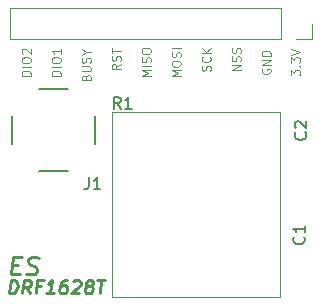
<source format=gbr>
%TF.GenerationSoftware,KiCad,Pcbnew,(6.0.10-0)*%
%TF.CreationDate,2023-02-01T12:14:52-08:00*%
%TF.ProjectId,DRF1268T,44524631-3236-4385-942e-6b696361645f,rev?*%
%TF.SameCoordinates,Original*%
%TF.FileFunction,Legend,Top*%
%TF.FilePolarity,Positive*%
%FSLAX46Y46*%
G04 Gerber Fmt 4.6, Leading zero omitted, Abs format (unit mm)*
G04 Created by KiCad (PCBNEW (6.0.10-0)) date 2023-02-01 12:14:52*
%MOMM*%
%LPD*%
G01*
G04 APERTURE LIST*
%ADD10C,0.250000*%
%ADD11C,0.125000*%
%ADD12C,0.150000*%
%ADD13C,0.200000*%
%ADD14C,0.120000*%
G04 APERTURE END LIST*
D10*
X143827491Y-118764857D02*
X144327491Y-118764857D01*
X144443562Y-119550571D02*
X143729276Y-119550571D01*
X143916776Y-118050571D01*
X144631062Y-118050571D01*
X145023919Y-119479142D02*
X145229276Y-119550571D01*
X145586419Y-119550571D01*
X145738205Y-119479142D01*
X145818562Y-119407714D01*
X145907848Y-119264857D01*
X145925705Y-119122000D01*
X145872133Y-118979142D01*
X145809633Y-118907714D01*
X145675705Y-118836285D01*
X145398919Y-118764857D01*
X145264991Y-118693428D01*
X145202491Y-118622000D01*
X145148919Y-118479142D01*
X145166776Y-118336285D01*
X145256062Y-118193428D01*
X145336419Y-118122000D01*
X145488205Y-118050571D01*
X145845348Y-118050571D01*
X146050705Y-118122000D01*
D11*
X163153285Y-102274571D02*
X162403285Y-102274571D01*
X163153285Y-101846000D01*
X162403285Y-101846000D01*
X163117571Y-101524571D02*
X163153285Y-101417428D01*
X163153285Y-101238857D01*
X163117571Y-101167428D01*
X163081857Y-101131714D01*
X163010428Y-101096000D01*
X162939000Y-101096000D01*
X162867571Y-101131714D01*
X162831857Y-101167428D01*
X162796142Y-101238857D01*
X162760428Y-101381714D01*
X162724714Y-101453142D01*
X162689000Y-101488857D01*
X162617571Y-101524571D01*
X162546142Y-101524571D01*
X162474714Y-101488857D01*
X162439000Y-101453142D01*
X162403285Y-101381714D01*
X162403285Y-101203142D01*
X162439000Y-101096000D01*
X163117571Y-100810285D02*
X163153285Y-100703142D01*
X163153285Y-100524571D01*
X163117571Y-100453142D01*
X163081857Y-100417428D01*
X163010428Y-100381714D01*
X162939000Y-100381714D01*
X162867571Y-100417428D01*
X162831857Y-100453142D01*
X162796142Y-100524571D01*
X162760428Y-100667428D01*
X162724714Y-100738857D01*
X162689000Y-100774571D01*
X162617571Y-100810285D01*
X162546142Y-100810285D01*
X162474714Y-100774571D01*
X162439000Y-100738857D01*
X162403285Y-100667428D01*
X162403285Y-100488857D01*
X162439000Y-100381714D01*
X150060428Y-102871857D02*
X150096142Y-102764714D01*
X150131857Y-102729000D01*
X150203285Y-102693285D01*
X150310428Y-102693285D01*
X150381857Y-102729000D01*
X150417571Y-102764714D01*
X150453285Y-102836142D01*
X150453285Y-103121857D01*
X149703285Y-103121857D01*
X149703285Y-102871857D01*
X149739000Y-102800428D01*
X149774714Y-102764714D01*
X149846142Y-102729000D01*
X149917571Y-102729000D01*
X149989000Y-102764714D01*
X150024714Y-102800428D01*
X150060428Y-102871857D01*
X150060428Y-103121857D01*
X149703285Y-102371857D02*
X150310428Y-102371857D01*
X150381857Y-102336142D01*
X150417571Y-102300428D01*
X150453285Y-102229000D01*
X150453285Y-102086142D01*
X150417571Y-102014714D01*
X150381857Y-101979000D01*
X150310428Y-101943285D01*
X149703285Y-101943285D01*
X150417571Y-101621857D02*
X150453285Y-101514714D01*
X150453285Y-101336142D01*
X150417571Y-101264714D01*
X150381857Y-101229000D01*
X150310428Y-101193285D01*
X150239000Y-101193285D01*
X150167571Y-101229000D01*
X150131857Y-101264714D01*
X150096142Y-101336142D01*
X150060428Y-101479000D01*
X150024714Y-101550428D01*
X149989000Y-101586142D01*
X149917571Y-101621857D01*
X149846142Y-101621857D01*
X149774714Y-101586142D01*
X149739000Y-101550428D01*
X149703285Y-101479000D01*
X149703285Y-101300428D01*
X149739000Y-101193285D01*
X150096142Y-100729000D02*
X150453285Y-100729000D01*
X149703285Y-100979000D02*
X150096142Y-100729000D01*
X149703285Y-100479000D01*
X152993285Y-101756714D02*
X152636142Y-102006714D01*
X152993285Y-102185285D02*
X152243285Y-102185285D01*
X152243285Y-101899571D01*
X152279000Y-101828142D01*
X152314714Y-101792428D01*
X152386142Y-101756714D01*
X152493285Y-101756714D01*
X152564714Y-101792428D01*
X152600428Y-101828142D01*
X152636142Y-101899571D01*
X152636142Y-102185285D01*
X152957571Y-101471000D02*
X152993285Y-101363857D01*
X152993285Y-101185285D01*
X152957571Y-101113857D01*
X152921857Y-101078142D01*
X152850428Y-101042428D01*
X152779000Y-101042428D01*
X152707571Y-101078142D01*
X152671857Y-101113857D01*
X152636142Y-101185285D01*
X152600428Y-101328142D01*
X152564714Y-101399571D01*
X152529000Y-101435285D01*
X152457571Y-101471000D01*
X152386142Y-101471000D01*
X152314714Y-101435285D01*
X152279000Y-101399571D01*
X152243285Y-101328142D01*
X152243285Y-101149571D01*
X152279000Y-101042428D01*
X152243285Y-100828142D02*
X152243285Y-100399571D01*
X152993285Y-100613857D02*
X152243285Y-100613857D01*
X167432485Y-102707142D02*
X167432485Y-102242857D01*
X167718200Y-102492857D01*
X167718200Y-102385714D01*
X167753914Y-102314285D01*
X167789628Y-102278571D01*
X167861057Y-102242857D01*
X168039628Y-102242857D01*
X168111057Y-102278571D01*
X168146771Y-102314285D01*
X168182485Y-102385714D01*
X168182485Y-102600000D01*
X168146771Y-102671428D01*
X168111057Y-102707142D01*
X168111057Y-101921428D02*
X168146771Y-101885714D01*
X168182485Y-101921428D01*
X168146771Y-101957142D01*
X168111057Y-101921428D01*
X168182485Y-101921428D01*
X167432485Y-101635714D02*
X167432485Y-101171428D01*
X167718200Y-101421428D01*
X167718200Y-101314285D01*
X167753914Y-101242857D01*
X167789628Y-101207142D01*
X167861057Y-101171428D01*
X168039628Y-101171428D01*
X168111057Y-101207142D01*
X168146771Y-101242857D01*
X168182485Y-101314285D01*
X168182485Y-101528571D01*
X168146771Y-101600000D01*
X168111057Y-101635714D01*
X167432485Y-100957142D02*
X168182485Y-100707142D01*
X167432485Y-100457142D01*
D10*
X143556779Y-121158928D02*
X143697404Y-120033928D01*
X143965261Y-120033928D01*
X144119279Y-120087500D01*
X144213029Y-120194642D01*
X144253207Y-120301785D01*
X144279993Y-120516071D01*
X144259904Y-120676785D01*
X144179546Y-120891071D01*
X144112582Y-120998214D01*
X143992046Y-121105357D01*
X143824636Y-121158928D01*
X143556779Y-121158928D01*
X145324636Y-121158928D02*
X145016600Y-120623214D01*
X144681779Y-121158928D02*
X144822404Y-120033928D01*
X145250975Y-120033928D01*
X145351421Y-120087500D01*
X145398296Y-120141071D01*
X145438475Y-120248214D01*
X145418386Y-120408928D01*
X145351421Y-120516071D01*
X145291154Y-120569642D01*
X145177314Y-120623214D01*
X144748743Y-120623214D01*
X146255439Y-120569642D02*
X145880439Y-120569642D01*
X145806779Y-121158928D02*
X145947404Y-120033928D01*
X146483118Y-120033928D01*
X147360350Y-121158928D02*
X146717493Y-121158928D01*
X147038921Y-121158928D02*
X147179546Y-120033928D01*
X147052314Y-120194642D01*
X146931779Y-120301785D01*
X146817939Y-120355357D01*
X148465261Y-120033928D02*
X148250975Y-120033928D01*
X148137136Y-120087500D01*
X148076868Y-120141071D01*
X147949636Y-120301785D01*
X147869279Y-120516071D01*
X147815707Y-120944642D01*
X147855886Y-121051785D01*
X147902761Y-121105357D01*
X148003207Y-121158928D01*
X148217493Y-121158928D01*
X148331332Y-121105357D01*
X148391600Y-121051785D01*
X148458564Y-120944642D01*
X148492046Y-120676785D01*
X148451868Y-120569642D01*
X148404993Y-120516071D01*
X148304546Y-120462500D01*
X148090261Y-120462500D01*
X147976421Y-120516071D01*
X147916154Y-120569642D01*
X147849189Y-120676785D01*
X148987582Y-120141071D02*
X149047850Y-120087500D01*
X149161689Y-120033928D01*
X149429546Y-120033928D01*
X149529993Y-120087500D01*
X149576868Y-120141071D01*
X149617046Y-120248214D01*
X149603654Y-120355357D01*
X149529993Y-120516071D01*
X148806779Y-121158928D01*
X149503207Y-121158928D01*
X150226421Y-120516071D02*
X150125975Y-120462500D01*
X150079100Y-120408928D01*
X150038921Y-120301785D01*
X150045618Y-120248214D01*
X150112582Y-120141071D01*
X150172850Y-120087500D01*
X150286689Y-120033928D01*
X150500975Y-120033928D01*
X150601421Y-120087500D01*
X150648296Y-120141071D01*
X150688475Y-120248214D01*
X150681779Y-120301785D01*
X150614814Y-120408928D01*
X150554546Y-120462500D01*
X150440707Y-120516071D01*
X150226421Y-120516071D01*
X150112582Y-120569642D01*
X150052314Y-120623214D01*
X149985350Y-120730357D01*
X149958564Y-120944642D01*
X149998743Y-121051785D01*
X150045618Y-121105357D01*
X150146064Y-121158928D01*
X150360350Y-121158928D01*
X150474189Y-121105357D01*
X150534457Y-121051785D01*
X150601421Y-120944642D01*
X150628207Y-120730357D01*
X150588029Y-120623214D01*
X150541154Y-120569642D01*
X150440707Y-120516071D01*
X151036689Y-120033928D02*
X151679546Y-120033928D01*
X151217493Y-121158928D02*
X151358118Y-120033928D01*
D11*
X145373285Y-102725000D02*
X144623285Y-102725000D01*
X144623285Y-102546428D01*
X144659000Y-102439285D01*
X144730428Y-102367857D01*
X144801857Y-102332142D01*
X144944714Y-102296428D01*
X145051857Y-102296428D01*
X145194714Y-102332142D01*
X145266142Y-102367857D01*
X145337571Y-102439285D01*
X145373285Y-102546428D01*
X145373285Y-102725000D01*
X145373285Y-101975000D02*
X144623285Y-101975000D01*
X144623285Y-101475000D02*
X144623285Y-101332142D01*
X144659000Y-101260714D01*
X144730428Y-101189285D01*
X144873285Y-101153571D01*
X145123285Y-101153571D01*
X145266142Y-101189285D01*
X145337571Y-101260714D01*
X145373285Y-101332142D01*
X145373285Y-101475000D01*
X145337571Y-101546428D01*
X145266142Y-101617857D01*
X145123285Y-101653571D01*
X144873285Y-101653571D01*
X144730428Y-101617857D01*
X144659000Y-101546428D01*
X144623285Y-101475000D01*
X144694714Y-100867857D02*
X144659000Y-100832142D01*
X144623285Y-100760714D01*
X144623285Y-100582142D01*
X144659000Y-100510714D01*
X144694714Y-100475000D01*
X144766142Y-100439285D01*
X144837571Y-100439285D01*
X144944714Y-100475000D01*
X145373285Y-100903571D01*
X145373285Y-100439285D01*
X155533285Y-102778571D02*
X154783285Y-102778571D01*
X155319000Y-102528571D01*
X154783285Y-102278571D01*
X155533285Y-102278571D01*
X155533285Y-101921428D02*
X154783285Y-101921428D01*
X155497571Y-101600000D02*
X155533285Y-101492857D01*
X155533285Y-101314285D01*
X155497571Y-101242857D01*
X155461857Y-101207142D01*
X155390428Y-101171428D01*
X155319000Y-101171428D01*
X155247571Y-101207142D01*
X155211857Y-101242857D01*
X155176142Y-101314285D01*
X155140428Y-101457142D01*
X155104714Y-101528571D01*
X155069000Y-101564285D01*
X154997571Y-101600000D01*
X154926142Y-101600000D01*
X154854714Y-101564285D01*
X154819000Y-101528571D01*
X154783285Y-101457142D01*
X154783285Y-101278571D01*
X154819000Y-101171428D01*
X154783285Y-100707142D02*
X154783285Y-100564285D01*
X154819000Y-100492857D01*
X154890428Y-100421428D01*
X155033285Y-100385714D01*
X155283285Y-100385714D01*
X155426142Y-100421428D01*
X155497571Y-100492857D01*
X155533285Y-100564285D01*
X155533285Y-100707142D01*
X155497571Y-100778571D01*
X155426142Y-100850000D01*
X155283285Y-100885714D01*
X155033285Y-100885714D01*
X154890428Y-100850000D01*
X154819000Y-100778571D01*
X154783285Y-100707142D01*
X147913285Y-102725000D02*
X147163285Y-102725000D01*
X147163285Y-102546428D01*
X147199000Y-102439285D01*
X147270428Y-102367857D01*
X147341857Y-102332142D01*
X147484714Y-102296428D01*
X147591857Y-102296428D01*
X147734714Y-102332142D01*
X147806142Y-102367857D01*
X147877571Y-102439285D01*
X147913285Y-102546428D01*
X147913285Y-102725000D01*
X147913285Y-101975000D02*
X147163285Y-101975000D01*
X147163285Y-101475000D02*
X147163285Y-101332142D01*
X147199000Y-101260714D01*
X147270428Y-101189285D01*
X147413285Y-101153571D01*
X147663285Y-101153571D01*
X147806142Y-101189285D01*
X147877571Y-101260714D01*
X147913285Y-101332142D01*
X147913285Y-101475000D01*
X147877571Y-101546428D01*
X147806142Y-101617857D01*
X147663285Y-101653571D01*
X147413285Y-101653571D01*
X147270428Y-101617857D01*
X147199000Y-101546428D01*
X147163285Y-101475000D01*
X147913285Y-100439285D02*
X147913285Y-100867857D01*
X147913285Y-100653571D02*
X147163285Y-100653571D01*
X147270428Y-100725000D01*
X147341857Y-100796428D01*
X147377571Y-100867857D01*
X164979000Y-102171428D02*
X164943285Y-102242857D01*
X164943285Y-102350000D01*
X164979000Y-102457142D01*
X165050428Y-102528571D01*
X165121857Y-102564285D01*
X165264714Y-102600000D01*
X165371857Y-102600000D01*
X165514714Y-102564285D01*
X165586142Y-102528571D01*
X165657571Y-102457142D01*
X165693285Y-102350000D01*
X165693285Y-102278571D01*
X165657571Y-102171428D01*
X165621857Y-102135714D01*
X165371857Y-102135714D01*
X165371857Y-102278571D01*
X165693285Y-101814285D02*
X164943285Y-101814285D01*
X165693285Y-101385714D01*
X164943285Y-101385714D01*
X165693285Y-101028571D02*
X164943285Y-101028571D01*
X164943285Y-100850000D01*
X164979000Y-100742857D01*
X165050428Y-100671428D01*
X165121857Y-100635714D01*
X165264714Y-100600000D01*
X165371857Y-100600000D01*
X165514714Y-100635714D01*
X165586142Y-100671428D01*
X165657571Y-100742857D01*
X165693285Y-100850000D01*
X165693285Y-101028571D01*
X160577571Y-102310285D02*
X160613285Y-102203142D01*
X160613285Y-102024571D01*
X160577571Y-101953142D01*
X160541857Y-101917428D01*
X160470428Y-101881714D01*
X160399000Y-101881714D01*
X160327571Y-101917428D01*
X160291857Y-101953142D01*
X160256142Y-102024571D01*
X160220428Y-102167428D01*
X160184714Y-102238857D01*
X160149000Y-102274571D01*
X160077571Y-102310285D01*
X160006142Y-102310285D01*
X159934714Y-102274571D01*
X159899000Y-102238857D01*
X159863285Y-102167428D01*
X159863285Y-101988857D01*
X159899000Y-101881714D01*
X160541857Y-101131714D02*
X160577571Y-101167428D01*
X160613285Y-101274571D01*
X160613285Y-101346000D01*
X160577571Y-101453142D01*
X160506142Y-101524571D01*
X160434714Y-101560285D01*
X160291857Y-101596000D01*
X160184714Y-101596000D01*
X160041857Y-101560285D01*
X159970428Y-101524571D01*
X159899000Y-101453142D01*
X159863285Y-101346000D01*
X159863285Y-101274571D01*
X159899000Y-101167428D01*
X159934714Y-101131714D01*
X160613285Y-100810285D02*
X159863285Y-100810285D01*
X160613285Y-100381714D02*
X160184714Y-100703142D01*
X159863285Y-100381714D02*
X160291857Y-100810285D01*
X158073285Y-102778571D02*
X157323285Y-102778571D01*
X157859000Y-102528571D01*
X157323285Y-102278571D01*
X158073285Y-102278571D01*
X157323285Y-101778571D02*
X157323285Y-101635714D01*
X157359000Y-101564285D01*
X157430428Y-101492857D01*
X157573285Y-101457142D01*
X157823285Y-101457142D01*
X157966142Y-101492857D01*
X158037571Y-101564285D01*
X158073285Y-101635714D01*
X158073285Y-101778571D01*
X158037571Y-101850000D01*
X157966142Y-101921428D01*
X157823285Y-101957142D01*
X157573285Y-101957142D01*
X157430428Y-101921428D01*
X157359000Y-101850000D01*
X157323285Y-101778571D01*
X158037571Y-101171428D02*
X158073285Y-101064285D01*
X158073285Y-100885714D01*
X158037571Y-100814285D01*
X158001857Y-100778571D01*
X157930428Y-100742857D01*
X157859000Y-100742857D01*
X157787571Y-100778571D01*
X157751857Y-100814285D01*
X157716142Y-100885714D01*
X157680428Y-101028571D01*
X157644714Y-101100000D01*
X157609000Y-101135714D01*
X157537571Y-101171428D01*
X157466142Y-101171428D01*
X157394714Y-101135714D01*
X157359000Y-101100000D01*
X157323285Y-101028571D01*
X157323285Y-100850000D01*
X157359000Y-100742857D01*
X158073285Y-100421428D02*
X157323285Y-100421428D01*
D12*
%TO.C,C2*%
X168632142Y-107531916D02*
X168679761Y-107579535D01*
X168727380Y-107722392D01*
X168727380Y-107817630D01*
X168679761Y-107960488D01*
X168584523Y-108055726D01*
X168489285Y-108103345D01*
X168298809Y-108150964D01*
X168155952Y-108150964D01*
X167965476Y-108103345D01*
X167870238Y-108055726D01*
X167775000Y-107960488D01*
X167727380Y-107817630D01*
X167727380Y-107722392D01*
X167775000Y-107579535D01*
X167822619Y-107531916D01*
X167822619Y-107150964D02*
X167775000Y-107103345D01*
X167727380Y-107008107D01*
X167727380Y-106770011D01*
X167775000Y-106674773D01*
X167822619Y-106627154D01*
X167917857Y-106579535D01*
X168013095Y-106579535D01*
X168155952Y-106627154D01*
X168727380Y-107198583D01*
X168727380Y-106579535D01*
%TO.C,J1*%
X150288666Y-111342380D02*
X150288666Y-112056666D01*
X150241047Y-112199523D01*
X150145809Y-112294761D01*
X150002952Y-112342380D01*
X149907714Y-112342380D01*
X151288666Y-112342380D02*
X150717238Y-112342380D01*
X151002952Y-112342380D02*
X151002952Y-111342380D01*
X150907714Y-111485238D01*
X150812476Y-111580476D01*
X150717238Y-111628095D01*
%TO.C,C1*%
X168505142Y-116371666D02*
X168552761Y-116419285D01*
X168600380Y-116562142D01*
X168600380Y-116657380D01*
X168552761Y-116800238D01*
X168457523Y-116895476D01*
X168362285Y-116943095D01*
X168171809Y-116990714D01*
X168028952Y-116990714D01*
X167838476Y-116943095D01*
X167743238Y-116895476D01*
X167648000Y-116800238D01*
X167600380Y-116657380D01*
X167600380Y-116562142D01*
X167648000Y-116419285D01*
X167695619Y-116371666D01*
X168600380Y-115419285D02*
X168600380Y-115990714D01*
X168600380Y-115705000D02*
X167600380Y-115705000D01*
X167743238Y-115800238D01*
X167838476Y-115895476D01*
X167886095Y-115990714D01*
%TO.C,R1*%
X152995333Y-105529380D02*
X152662000Y-105053190D01*
X152423904Y-105529380D02*
X152423904Y-104529380D01*
X152804857Y-104529380D01*
X152900095Y-104577000D01*
X152947714Y-104624619D01*
X152995333Y-104719857D01*
X152995333Y-104862714D01*
X152947714Y-104957952D01*
X152900095Y-105005571D01*
X152804857Y-105053190D01*
X152423904Y-105053190D01*
X153947714Y-105529380D02*
X153376285Y-105529380D01*
X153662000Y-105529380D02*
X153662000Y-104529380D01*
X153566761Y-104672238D01*
X153471523Y-104767476D01*
X153376285Y-104815095D01*
D13*
%TO.C,J1*%
X148520000Y-103818000D02*
X146120000Y-103818000D01*
X150820000Y-106118000D02*
X150820000Y-108518000D01*
X148520000Y-110818000D02*
X146120000Y-110818000D01*
X143820000Y-108518000D02*
X143820000Y-106118000D01*
D14*
%TO.C,J2*%
X166594000Y-99653000D02*
X143674000Y-99653000D01*
X166594000Y-96993000D02*
X166594000Y-99653000D01*
X166594000Y-96993000D02*
X143674000Y-96993000D01*
X143674000Y-96993000D02*
X143674000Y-99653000D01*
X169194000Y-99653000D02*
X167864000Y-99653000D01*
X169194000Y-98323000D02*
X169194000Y-99653000D01*
%TO.C,R1*%
X152253000Y-121468000D02*
X166453000Y-121468000D01*
X166453000Y-121468000D02*
X166453000Y-105768000D01*
X166453000Y-105768000D02*
X152253000Y-105768000D01*
X152253000Y-105768000D02*
X152253000Y-121468000D01*
%TD*%
M02*

</source>
